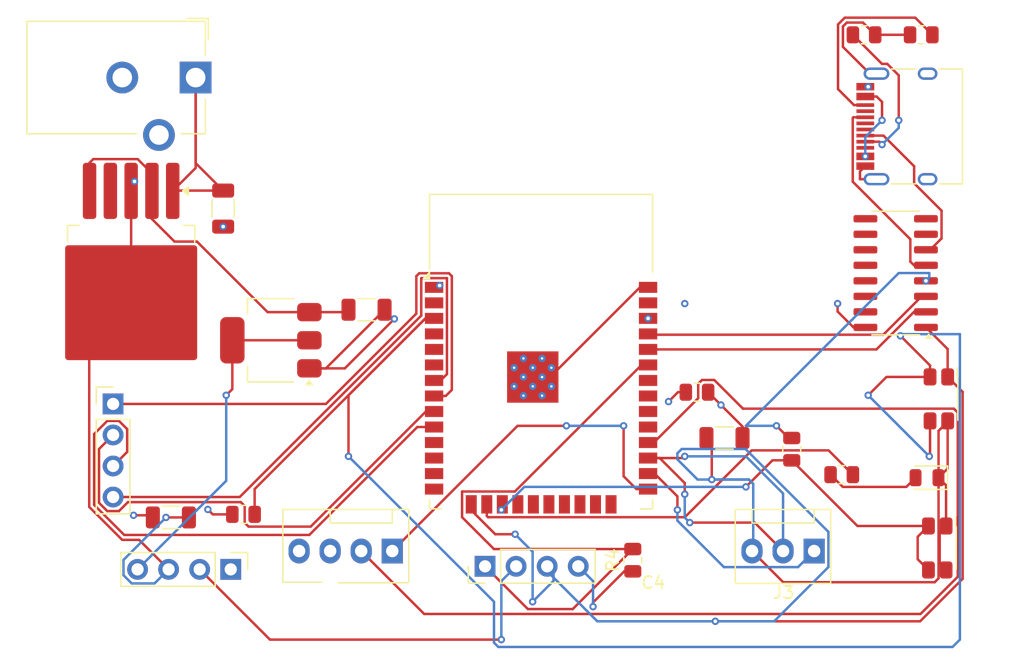
<source format=kicad_pcb>
(kicad_pcb (version 20241229) (generator "pcbnew") (generator_version "9.0")
  (layers (0 "F.Cu" signal) (4 "In1.Cu" signal) (6 "In2.Cu" signal) (2 "B.Cu" signal) (13 "F.Paste" user) (15 "B.Paste" user) (5 "F.SilkS" user "F.Silkscreen") (7 "B.SilkS" user "B.Silkscreen") (1 "F.Mask" user) (3 "B.Mask" user) (25 "Edge.Cuts" user))
  (net 0 "")
  (net 1 "Net-(U3-VIN)")
  (net 2 "GND")
  (net 3 "/+5v")
  (net 4 "/+3.3v")
  (net 5 "Net-(D2-A)")
  (net 6 "Net-(U4-VCC)")
  (net 7 "Net-(U4-UD+)")
  (net 8 "Net-(J1-CC2)")
  (net 10 "Net-(J1-CC1)")
  (net 11 "Net-(U4-UD-)")
  (net 13 "Net-(J3-Pin_2)")
  (net 14 "Net-(J3-Pin_1)")
  (net 15 "Net-(J4-Pin_1)")
  (net 16 "Net-(J4-Pin_2)")
  (net 17 "Net-(J5-Pin_3)")
  (net 18 "Net-(J5-Pin_4)")
  (net 19 "Net-(J5-Pin_2)")
  (net 20 "Net-(J5-Pin_1)")
  (net 21 "/IO22")
  (net 22 "/IO21")
  (net 23 "Net-(U1-EN)")
  (net 24 "Net-(U1-IO13)")
  (net 25 "Net-(U1-SHD{slash}SD2)")
  (net 30 "/IO3")
  (net 39 "/IO34")
  (net 45 "/IO1")
  (footprint "Capacitor_SMD:C_1206_3216Metric" (layer "F.Cu") (at 100.75 56)
    (property "Reference" "C4")
    (property "Value" "0.1uF")
  )
  (footprint "Connector:FanPinHeader_1x03_P2.54mm_Vertical" (layer "F.Cu") (at 108.08 65.25 180)
    (property "Reference" "J3")
    (property "Value" "UART")
  )
  (footprint "Resistor_SMD:R_0805_2012Metric" (layer "F.Cu") (at 112.1625 23 180)
    (property "Reference" "R6" (hide yes))
    (property "Value" "5.1k")
  )
  (footprint "Package_TO_SOT_SMD:TO-263-5_TabPin3" (layer "F.Cu") (at 52.225 43.425 -90)
    (property "Reference" "U3" (hide yes))
    (property "Value" "LM2596S-5")
  )
  (footprint "Capacitor_SMD:C_1206_3216Metric" (layer "F.Cu") (at 55.475 62.5)
    (property "Reference" "C3" (hide yes))
    (property "Value" "10uF")
  )
  (footprint "Connector_PinHeader_2.54mm:PinHeader_1x04_P2.54mm_Vertical" (layer "F.Cu") (at 60.37 66.75 -90)
    (property "Reference" "J6" (hide yes))
    (property "Value" "OLED_HDR")
  )
  (footprint "Resistor_SMD:R_0805_2012Metric" (layer "F.Cu") (at 110.3375 59)
    (property "Reference" "R2" (hide yes))
    (property "Value" "330")
  )
  (footprint "Button_Switch_SMD:SW_SPST_EVQP7C" (layer "F.Cu") (at 118.15 65 -90)
    (property "Reference" "SW2" (hide yes))
    (property "Value" "SW_Push")
  )
  (footprint "RF_Module:ESP32-WROOM-32" (layer "F.Cu") (at 85.75 51.92)
    (property "Reference" "U1" (hide yes))
    (property "Value" "ESP32-WROOM-32")
  )
  (footprint "Package_SO:SOIC-16_3.9x9.9mm_P1.27mm" (layer "F.Cu") (at 114.75 42.5 180)
    (property "Reference" "U4" (hide yes))
    (property "Value" "CH340C")
  )
  (footprint "LED_SMD:LED_0805_2012Metric" (layer "F.Cu") (at 117.3125 59.25 180)
    (property "Reference" "D2" (hide yes))
    (property "Value" "LED")
  )
  (footprint "Resistor_SMD:R_0805_2012Metric" (layer "F.Cu") (at 106.25 56.9125 -90)
    (property "Reference" "R3" (hide yes))
    (property "Value" "330")
  )
  (footprint "Connector_USB:USB_C_Receptacle_HRO_TYPE-C-31-M-12" (layer "F.Cu") (at 116.31 30.5 90)
    (property "Reference" "J1" (hide yes))
    (property "Value" "USB_C")
  )
  (footprint "Connector_BarrelJack:BarrelJack_CUI_PJ-102AH_Horizontal" (layer "F.Cu") (at 57.5 26.5 -90)
    (property "Reference" "J2" (hide yes))
    (property "Value" "Barrel_Jack")
  )
  (footprint "Connector_PinHeader_2.54mm:PinHeader_1x04_P2.54mm_Vertical" (layer "F.Cu") (at 50.75 53.21)
    (property "Reference" "J5" (hide yes))
    (property "Value" "PWM HEADER")
  )
  (footprint "Resistor_SMD:R_0805_2012Metric" (layer "F.Cu") (at 116.8375 23)
    (property "Reference" "R7" (hide yes))
    (property "Value" "5.1k")
  )
  (footprint "Button_Switch_SMD:SW_SPST_EVQP7C" (layer "F.Cu") (at 118.28 52.8 -90)
    (property "Reference" "SW1" (hide yes))
    (property "Value" "SW_Push")
  )
  (footprint "Capacitor_SMD:C_1206_3216Metric" (layer "F.Cu") (at 59.75 37.225 -90)
    (property "Reference" "C1" (hide yes))
    (property "Value" "10uF")
  )
  (footprint "Resistor_SMD:R_0805_2012Metric" (layer "F.Cu") (at 93.25 66 90)
    (property "Reference" "R4")
    (property "Value" "4.7k")
  )
  (footprint "Connector:FanPinHeader_1x04_P2.54mm_Vertical" (layer "F.Cu") (at 73.58 65.25 180)
    (property "Reference" "J4" (hide yes))
    (property "Value" "I2C HEADDER")
  )
  (footprint "Connector_PinHeader_2.54mm:PinHeader_1x04_P2.54mm_Vertical" (layer "F.Cu") (at 81.17 66.5 90)
    (property "Reference" "J7" (hide yes))
    (property "Value" "MPU6050 Header")
  )
  (footprint "Package_TO_SOT_SMD:SOT-223-3_TabPin2" (layer "F.Cu") (at 63.65 48 180)
    (property "Reference" "U2" (hide yes))
    (property "Value" "AMS1117-3.3")
  )
  (footprint "Capacitor_SMD:C_1206_3216Metric" (layer "F.Cu") (at 71.475 45.5)
    (property "Reference" "C2" (hide yes))
    (property "Value" "10uF")
  )
  (footprint "Resistor_SMD:R_0805_2012Metric" (layer "F.Cu") (at 61.4125 62.25)
    (property "Reference" "R1" (hide yes))
    (property "Value" "10k")
  )
  (footprint "Resistor_SMD:R_0805_2012Metric" (layer "F.Cu") (at 98.5 52.25 180)
    (property "Reference" "R5" (hide yes))
    (property "Value" "4.7k")
  )
  (segment (start 55.625 35.775) (end 57.5 33.9) (width 0.2) (layer "F.Cu") (net 1))
  (segment (start 57.5 26.5) (end 57.5 33.5) (width 0.2) (layer "F.Cu") (net 1))
  (segment (start 57.5 33.9) (end 57.5 26.5) (width 0.2) (layer "F.Cu") (net 1))
  (segment (start 57.5 33.5) (end 59.75 35.75) (width 0.2) (layer "F.Cu") (net 1))
  (segment (start 55.65 35.75) (end 55.625 35.775) (width 0.2) (layer "F.Cu") (net 1))
  (segment (start 59.75 35.75) (end 55.65 35.75) (width 0.2) (layer "F.Cu") (net 1))
  (segment (start 85.8325 49.485) (end 86.595 49.485) (width 0.2) (layer "F.Cu") (net 2))
  (segment (start 86.49 51.01) (end 85.8325 51.01) (width 0.2) (layer "F.Cu") (net 2))
  (segment (start 82.002 63.875) (end 83.625 63.875) (width 0.2) (layer "F.Cu") (net 2))
  (segment (start 110.436 23.9865) (end 112.63 26.18) (width 0.2) (layer "F.Cu") (net 2))
  (segment (start 94.5 43.67) (end 93.83 43.67) (width 0.2) (layer "F.Cu") (net 2))
  (segment (start 99.7095 56.4345) (end 99.7095 59.4) (width 0.2) (layer "F.Cu") (net 2))
  (segment (start 113.075 23) (end 112.074 21.999) (width 0.2) (layer "F.Cu") (net 2))
  (segment (start 80.04 61.43) (end 80.04 61.913) (width 0.2) (layer "F.Cu") (net 2))
  (segment (start 110.752 21.999) (end 110.436 22.3148) (width 0.2) (layer "F.Cu") (net 2))
  (segment (start 52.225 35.775) (end 52.225 44.925) (width 0.2) (layer "F.Cu") (net 2))
  (segment (start 66.8 50.3) (end 68.15 50.3) (width 0.2) (layer "F.Cu") (net 2))
  (segment (start 84.3075 52.535) (end 83.545 52.535) (width 0.2) (layer "F.Cu") (net 2))
  (segment (start 119 51) (end 120.227 52.227) (width 0.2) (layer "F.Cu") (net 2))
  (segment (start 110.436 22.3148) (end 110.436 23.9865) (width 0.2) (layer "F.Cu") (net 2))
  (segment (start 118.256 67.4852) (end 117.94 67.801) (width 0.2) (layer "F.Cu") (net 2))
  (segment (start 48.797 61.639) (end 48.797 48.353) (width 0.2) (layer "F.Cu") (net 2))
  (segment (start 120.227 52.227) (end 120.227 67.5213) (width 0.2) (layer "F.Cu") (net 2))
  (segment (start 51.493 64.335) (end 48.797 61.639) (width 0.2) (layer "F.Cu") (net 2))
  (segment (start 77 43.67) (end 77.3 43.67) (width 0.2) (layer "F.Cu") (net 2))
  (segment (start 119 54.6) (end 119 58.5) (width 0.2) (layer "F.Cu") (net 2))
  (segment (start 69.7 50.3) (end 73.75 46.25) (width 0.2) (layer "F.Cu") (net 2))
  (segment (start 48.797 48.353) (end 52.225 44.925) (width 0.2) (layer "F.Cu") (net 2))
  (segment (start 118.349 66.279) (end 118.349 63.721) (width 0.2) (layer "F.Cu") (net 2))
  (segment (start 116.747 71.001) (end 100 71.001) (width 0.2) (layer "F.Cu") (net 2))
  (segment (start 68.15 50.3) (end 72.95 45.5) (width 0.2) (layer "F.Cu") (net 2))
  (segment (start 68.15 50.3) (end 69.7 50.3) (width 0.2) (layer "F.Cu") (net 2))
  (segment (start 111.8283 34.1867) (end 112.265 33.75) (width 0.2) (layer "F.Cu") (net 2))
  (segment (start 119 54.6) (end 119 54.6712) (width 0.2) (layer "F.Cu") (net 2))
  (segment (start 105.551 67.801) (end 103 65.25) (width 0.2) (layer "F.Cu") (net 2))
  (segment (start 99.275 56) (end 99.7095 56.4345) (width 0.2) (layer "F.Cu") (net 2))
  (segment (start 117.94 67.801) (end 105.551 67.801) (width 0.2) (layer "F.Cu") (net 2))
  (segment (start 85.8325 52.535) (end 86.595 52.535) (width 0.2) (layer "F.Cu") (net 2))
  (segment (start 84.3075 51.01) (end 83.545 51.01) (width 0.2) (layer "F.Cu") (net 2))
  (segment (start 52.875 64.335) (end 51.493 64.335) (width 0.2) (layer "F.Cu") (net 2))
  (segment (start 117.225 46.945) (end 119 48.72) (width 0.2) (layer "F.Cu") (net 2))
  (segment (start 80.04 61.913) (end 82.002 63.875) (width 0.2) (layer "F.Cu") (net 2))
  (segment (start 85.8325 51.01) (end 85.07 51.01) (width 0.2) (layer "F.Cu") (net 2))
  (segment (start 56.95 62.5) (end 55.075 62.5) (width 0.2) (layer "F.Cu") (net 2))
  (segment (start 119 48.72) (end 119 51) (width 0.2) (layer "F.Cu") (net 2))
  (segment (start 118.349 63.721) (end 118.87 63.2) (width 0.2) (layer "F.Cu") (net 2))
  (segment (start 112.63 26.18) (end 113.18 26.18) (width 0.2) (layer "F.Cu") (net 2))
  (segment (start 118.87 66.8) (end 118.349 66.279) (width 0.2) (layer "F.Cu") (net 2))
  (segment (start 113.075 23) (end 115.925 23) (width 0.2) (layer "F.Cu") (net 2))
  (segment (start 118.256 55.4152) (end 118.256 67.4852) (width 0.2) (layer "F.Cu") (net 2))
  (segment (start 84.3075 49.485) (end 85.07 49.485) (width 0.2) (layer "F.Cu") (net 2))
  (segment (start 112.5 27.25) (end 112.265 27.25) (width 0.2) (layer "F.Cu") (net 2))
  (segment (start 118.87 63.2) (end 118.87 59.87) (width 0.2) (layer "F.Cu") (net 2))
  (segment (start 55.29 66.75) (end 52.875 64.335) (width 0.2) (layer "F.Cu") (net 2))
  (segment (start 93.83 43.67) (end 86.49 51.01) (width 0.2) (layer "F.Cu") (net 2))
  (segment (start 77.3 43.67) (end 77.451 43.519) (width 0.2) (layer "F.Cu") (net 2))
  (segment (start 112.074 21.999) (end 110.752 21.999) (width 0.2) (layer "F.Cu") (net 2))
  (segment (start 120.227 67.5213) (end 116.747 71.001) (width 0.2) (layer "F.Cu") (net 2))
  (segment (start 113.18 34.82) (end 111.8283 34.82) (width 0.2) (layer "F.Cu") (net 2))
  (segment (start 118.87 59.87) (end 118.25 59.25) (width 0.2) (layer "F.Cu") (net 2))
  (segment (start 66.8 50.3) (end 68.15 50.3) (width 0.2) (layer "F.Cu") (net 2))
  (segment (start 119 54.6712) (end 118.256 55.4152) (width 0.2) (layer "F.Cu") (net 2))
  (segment (start 111.8283 34.82) (end 111.8283 34.1867) (width 0.2) (layer "F.Cu") (net 2))
  (segment (start 119 58.5) (end 118.25 59.25) (width 0.2) (layer "F.Cu") (net 2))
  (via (at 99.7095 59.4) (size 0.6) (drill 0.3) (layers "F.Cu" "B.Cu") (net 2))
  (via (at 55.075 62.5) (size 0.6) (drill 0.3) (layers "F.Cu" "B.Cu") (net 2))
  (via (at 77.451 43.519) (size 0.6) (drill 0.3) (layers "F.Cu" "B.Cu") (net 2))
  (via (at 100 71.001) (size 0.6) (drill 0.3) (layers "F.Cu" "B.Cu") (net 2))
  (via (at 52.5 35) (size 0.6) (drill 0.3) (layers "F.Cu" "B.Cu") (net 2))
  (via (at 73.75 46.25) (size 0.6) (drill 0.3) (layers "F.Cu" "B.Cu") (net 2))
  (via (at 83.625 63.875) (size 0.6) (drill 0.3) (layers "F.Cu" "B.Cu") (net 2))
  (via (at 112.5 27.25) (size 0.6) (drill 0.3) (layers "F.Cu" "B.Cu") (net 2))
  (via (at 85.0588 69.4) (size 0.6) (drill 0.3) (layers "F.Cu" "B.Cu") (net 2))
  (via (at 59.75 38.7) (size 0.6) (drill 0.3) (layers "F.Cu" "B.Cu") (net 2))
  (segment (start 54.139 67.901) (end 55.29 66.75) (width 0.2) (layer "B.Cu") (net 2))
  (segment (start 97.2511 56.899) (end 96.899 57.2511) (width 0.2) (layer "B.Cu") (net 2))
  (segment (start 100 71.001) (end 90.3501 71.001) (width 0.2) (layer "B.Cu") (net 2))
  (segment (start 86.7675 67.4184) (end 86.25 66.9009) (width 0.2) (layer "B.Cu") (net 2))
  (segment (start 102.749 59.399) (end 102.75 59.4) (width 0.2) (layer "B.Cu") (net 2))
  (segment (start 109.246 63.6789) (end 102.466 56.899) (width 0.2) (layer "B.Cu") (net 2))
  (segment (start 102.75 59.4) (end 103.101 59.7511) (width 0.2) (layer "B.Cu") (net 2))
  (segment (start 85.0588 69.4) (end 86.7675 67.6912) (width 0.2) (layer "B.Cu") (net 2))
  (segment (start 99.7095 59.4) (end 102.75 59.4) (width 0.2) (layer "B.Cu") (net 2))
  (segment (start 51.599 67.2268) (end 52.2732 67.901) (width 0.2) (layer "B.Cu") (net 2))
  (segment (start 96.899 57.2511) (end 96.899 57.7489) (width 0.2) (layer "B.Cu") (net 2))
  (segment (start 102.75 59.4) (end 103.101 59.7511) (width 0.2) (layer "B.Cu") (net 2))
  (segment (start 55.075 62.5) (end 51.599 65.976) (width 0.2) (layer "B.Cu") (net 2))
  (segment (start 90.3501 71.001) (end 86.7675 67.4184) (width 0.2) (layer "B.Cu") (net 2))
  (segment (start 98.5491 59.399) (end 102.749 59.399) (width 0.2) (layer "B.Cu") (net 2))
  (segment (start 103.101 59.7511) (end 103.101 65.149) (width 0.2) (layer "B.Cu") (net 2))
  (segment (start 86.7675 67.4184) (end 86.7675 67.0175) (width 0.2) (layer "B.Cu") (net 2))
  (segment (start 109.246 66.566) (end 109.246 63.6789) (width 0.2) (layer "B.Cu") (net 2))
  (segment (start 96.899 57.7489) (end 98.5491 59.399) (width 0.2) (layer "B.Cu") (net 2))
  (segment (start 86.7675 67.0175) (end 86.25 66.5) (width 0.2) (layer "B.Cu") (net 2))
  (segment (start 86.7675 67.6912) (end 86.7675 67.4184) (width 0.2) (layer "B.Cu") (net 2))
  (segment (start 103.101 65.149) (end 103 65.25) (width 0.2) (layer "B.Cu") (net 2))
  (segment (start 86.25 66.9009) (end 86.25 66.5) (width 0.2) (layer "B.Cu") (net 2))
  (segment (start 51.599 65.976) (end 51.599 67.2268) (width 0.2) (layer "B.Cu") (net 2))
  (segment (start 102.466 56.899) (end 97.2511 56.899) (width 0.2) (layer "B.Cu") (net 2))
  (segment (start 104.811 71.001) (end 109.246 66.566) (width 0.2) (layer "B.Cu") (net 2))
  (segment (start 85.0588 69.4) (end 85.0588 65.3088) (width 0.2) (layer "B.Cu") (net 2))
  (segment (start 52.2732 67.901) (end 54.139 67.901) (width 0.2) (layer "B.Cu") (net 2))
  (segment (start 85.0588 65.3088) (end 83.625 63.875) (width 0.2) (layer "B.Cu") (net 2))
  (segment (start 100 71.001) (end 104.811 71.001) (width 0.2) (layer "B.Cu") (net 2))
  (segment (start 66.8 45.7) (end 69.8 45.7) (width 0.2) (layer "F.Cu") (net 3))
  (segment (start 48.825 33.475) (end 48.825 35.775) (width 0.2) (layer "F.Cu") (net 3))
  (segment (start 57.6102 39.924) (end 63.3862 45.7) (width 0.2) (layer "F.Cu") (net 3))
  (segment (start 53.925 35.775) (end 53.925 38.075) (width 0.2) (layer "F.Cu") (net 3))
  (segment (start 52.7602 33.174) (end 49.126 33.174) (width 0.2) (layer "F.Cu") (net 3))
  (segment (start 53.925 38.075) (end 55.774 39.924) (width 0.2) (layer "F.Cu") (net 3))
  (segment (start 69.8 45.7) (end 70 45.5) (width 0.2) (layer "F.Cu") (net 3))
  (segment (start 53.925 34.3388) (end 52.7602 33.174) (width 0.2) (layer "F.Cu") (net 3))
  (segment (start 63.3862 45.7) (end 66.8 45.7) (width 0.2) (layer "F.Cu") (net 3))
  (segment (start 49.126 33.174) (end 48.825 33.475) (width 0.2) (layer "F.Cu") (net 3))
  (segment (start 55.774 39.924) (end 57.6102 39.924) (width 0.2) (layer "F.Cu") (net 3))
  (segment (start 53.925 35.775) (end 53.925 34.3388) (width 0.2) (layer "F.Cu") (net 3))
  (segment (start 93.25 66.9125) (end 92.55 66.9125) (width 0.2) (layer "F.Cu") (net 4))
  (segment (start 100.4607 53.2981) (end 99.4125 52.25) (width 0.2) (layer "F.Cu") (net 4))
  (segment (start 60.5 52) (end 60 52.5) (width 0.2) (layer "F.Cu") (net 4))
  (segment (start 58.901 62.25) (end 58.5 61.849) (width 0.2) (layer "F.Cu") (net 4))
  (segment (start 52.4222 62.324) (end 53.824 62.324) (width 0.2) (layer "F.Cu") (net 4))
  (segment (start 60.5 48) (end 60.5 52) (width 0.2) (layer "F.Cu") (net 4))
  (segment (start 90 69.4625) (end 90 69.801) (width 0.2) (layer "F.Cu") (net 4))
  (segment (start 106 56) (end 105 55) (width 0.2) (layer "F.Cu") (net 4))
  (segment (start 92.55 66.9125) (end 90 69.4625) (width 0.2) (layer "F.Cu") (net 4))
  (segment (start 102.225 55.0625) (end 100.4607 53.2981) (width 0.2) (layer "F.Cu") (net 4))
  (segment (start 53.824 62.324) (end 54 62.5) (width 0.2) (layer "F.Cu") (net 4))
  (segment (start 60.5 62.25) (end 58.901 62.25) (width 0.2) (layer "F.Cu") (net 4))
  (segment (start 66.8 48) (end 60.5 48) (width 0.2) (layer "F.Cu") (net 4))
  (segment (start 106.25 56) (end 106 56) (width 0.2) (layer "F.Cu") (net 4))
  (segment (start 102.225 56) (end 102.225 55.0625) (width 0.2) (layer "F.Cu") (net 4))
  (via (at 117.225 43.135) (size 0.6) (drill 0.3) (layers "F.Cu" "B.Cu") (net 4))
  (via (at 60 52.5) (size 0.6) (drill 0.3) (layers "F.Cu" "B.Cu") (net 4))
  (via (at 100.4607 53.2981) (size 0.6) (drill 0.3) (layers "F.Cu" "B.Cu") (net 4))
  (via (at 58.5 61.849) (size 0.6) (drill 0.3) (layers "F.Cu" "B.Cu") (net 4))
  (via (at 105 55) (size 0.6) (drill 0.3) (layers "F.Cu" "B.Cu") (net 4))
  (via (at 52.4222 62.324) (size 0.6) (drill 0.3) (layers "F.Cu" "B.Cu") (net 4))
  (via (at 90 69.801) (size 0.6) (drill 0.3) (layers "F.Cu" "B.Cu") (net 4))
  (segment (start 90 67.71) (end 88.79 66.5) (width 0.2) (layer "B.Cu") (net 4))
  (segment (start 105 55) (end 102.5 55) (width 0.2) (layer "B.Cu") (net 4))
  (segment (start 60 59.5) (end 52.75 66.75) (width 0.2) (layer "B.Cu") (net 4))
  (segment (start 117.5 42.5) (end 117.5 42.86) (width 0.2) (layer "B.Cu") (net 4))
  (segment (start 102.5 55) (end 115 42.5) (width 0.2) (layer "B.Cu") (net 4))
  (segment (start 115 42.5) (end 117.5 42.5) (width 0.2) (layer "B.Cu") (net 4))
  (segment (start 117.5 42.86) (end 117.225 43.135) (width 0.2) (layer "B.Cu") (net 4))
  (segment (start 90 69.801) (end 90 67.71) (width 0.2) (layer "B.Cu") (net 4))
  (segment (start 60 52.5) (end 60 59.5) (width 0.2) (layer "B.Cu") (net 4))
  (segment (start 115.624 60.001) (end 116.375 59.25) (width 0.2) (layer "F.Cu") (net 5))
  (segment (start 109.425 59) (end 110.426 60.001) (width 0.2) (layer "F.Cu") (net 5))
  (segment (start 110.426 60.001) (end 115.624 60.001) (width 0.2) (layer "F.Cu") (net 5))
  (segment (start 110 45) (end 110 45.645) (width 0.2) (layer "F.Cu") (net 6))
  (segment (start 111.3 46.945) (end 112.275 46.945) (width 0.2) (layer "F.Cu") (net 6))
  (segment (start 113.19 28.05) (end 113.634 28.494) (width 0.2) (layer "F.Cu") (net 6))
  (segment (start 110 45.645) (end 111.3 46.945) (width 0.2) (layer "F.Cu") (net 6))
  (segment (start 113.634 28.494) (end 113.634 30) (width 0.2) (layer "F.Cu") (net 6))
  (segment (start 112.265 28.05) (end 113.19 28.05) (width 0.2) (layer "F.Cu") (net 6))
  (via (at 112.265 32.95) (size 0.6) (drill 0.3) (layers "F.Cu" "B.Cu") (net 6))
  (via (at 113.634 30) (size 0.6) (drill 0.3) (layers "F.Cu" "B.Cu") (net 6))
  (via (at 110 45) (size 0.6) (drill 0.3) (layers "F.Cu" "B.Cu") (net 6))
  (segment (start 112.265 31.369) (end 112.265 32.95) (width 0.2) (layer "B.Cu") (net 6))
  (segment (start 113.634 30) (end 112.265 31.369) (width 0.2) (layer "B.Cu") (net 6))
  (segment (start 111.239 35.024) (end 115.949 39.734) (width 0.2) (layer "F.Cu") (net 7))
  (segment (start 111.288 29.75) (end 111.239 29.799) (width 0.2) (layer "F.Cu") (net 7))
  (segment (start 115.949 39.734) (end 115.949 41.564) (width 0.2) (layer "F.Cu") (net 7))
  (segment (start 115.949 41.564) (end 116.25 41.865) (width 0.2) (layer "F.Cu") (net 7))
  (segment (start 112.265 29.75) (end 111.288 29.75) (width 0.2) (layer "F.Cu") (net 7))
  (segment (start 116.25 41.865) (end 117.225 41.865) (width 0.2) (layer "F.Cu") (net 7))
  (segment (start 111.239 29.799) (end 111.239 35.024) (width 0.2) (layer "F.Cu") (net 7))
  (segment (start 116.348 21.598) (end 110.586 21.598) (width 0.2) (layer "F.Cu") (net 8))
  (segment (start 110.036 22.1487) (end 110.036 27.4475) (width 0.2) (layer "F.Cu") (net 8))
  (segment (start 110.586 21.598) (end 110.036 22.1487) (width 0.2) (layer "F.Cu") (net 8))
  (segment (start 117.75 23) (end 116.348 21.598) (width 0.2) (layer "F.Cu") (net 8))
  (segment (start 111.338 28.75) (end 112.265 28.75) (width 0.2) (layer "F.Cu") (net 8))
  (segment (start 110.036 27.4475) (end 111.338 28.75) (width 0.2) (layer "F.Cu") (net 8))
  (segment (start 111.25 23) (end 113.629 25.379) (width 0.2) (layer "F.Cu") (net 10))
  (segment (start 115 26.3172) (end 115 30) (width 0.2) (layer "F.Cu") (net 10))
  (segment (start 113.401 31.75) (end 113.634 31.9825) (width 0.2) (layer "F.Cu") (net 10))
  (segment (start 113.629 25.379) (end 114.062 25.379) (width 0.2) (layer "F.Cu") (net 10))
  (segment (start 112.265 31.75) (end 113.401 31.75) (width 0.2) (layer "F.Cu") (net 10))
  (segment (start 114.062 25.379) (end 115 26.3172) (width 0.2) (layer "F.Cu") (net 10))
  (via (at 115 30) (size 0.6) (drill 0.3) (layers "F.Cu" "B.Cu") (net 10))
  (via (at 113.634 31.9825) (size 0.6) (drill 0.3) (layers "F.Cu" "B.Cu") (net 10))
  (segment (start 115 30.6165) (end 113.634 31.9825) (width 0.2) (layer "B.Cu") (net 10))
  (segment (start 115 30) (end 115 30.6165) (width 0.2) (layer "B.Cu") (net 10))
  (segment (start 118.501 37.3938) (end 118.501 39.666) (width 0.2) (layer "F.Cu") (net 11))
  (segment (start 116.259 35.1518) (end 118.501 37.3938) (width 0.2) (layer "F.Cu") (net 11))
  (segment (start 118.501 39.666) (end 117.572 40.595) (width 0.2) (layer "F.Cu") (net 11))
  (segment (start 113.75 31.25) (end 116.259 33.759) (width 0.2) (layer "F.Cu") (net 11))
  (segment (start 116.259 33.759) (end 116.259 35.1518) (width 0.2) (layer "F.Cu") (net 11))
  (segment (start 112.265 31.25) (end 113.75 31.25) (width 0.2) (layer "F.Cu") (net 11))
  (segment (start 117.572 40.595) (end 117.225 40.595) (width 0.2) (layer "F.Cu") (net 11))
  (segment (start 103.213 62.9229) (end 97.911 62.9229) (width 0.2) (layer "F.Cu") (net 13))
  (segment (start 94.5 57.64) (end 95.45 57.64) (width 0.2) (layer "F.Cu") (net 13))
  (segment (start 97.5 59.69) (end 95.45 57.64) (width 0.2) (layer "F.Cu") (net 13))
  (segment (start 95.45 57.64) (end 94.5 57.64) (width 0.2) (layer "F.Cu") (net 13))
  (segment (start 105.54 65.25) (end 103.213 62.9229) (width 0.2) (layer "F.Cu") (net 13))
  (segment (start 97.5 60.6) (end 97.5 59.69) (width 0.2) (layer "F.Cu") (net 13))
  (segment (start 95.45 57.64) (end 97.36 57.64) (width 0.2) (layer "F.Cu") (net 13))
  (segment (start 97.36 57.64) (end 97.5 57.5) (width 0.2) (layer "F.Cu") (net 13))
  (via (at 97.911 62.9229) (size 0.6) (drill 0.3) (layers "F.Cu" "B.Cu") (net 13))
  (via (at 97.5 60.6) (size 0.6) (drill 0.3) (layers "F.Cu" "B.Cu") (net 13))
  (via (at 97.5 57.5) (size 0.6) (drill 0.3) (layers "F.Cu" "B.Cu") (net 13))
  (segment (start 105.54 60.54) (end 105.54 65.25) (width 0.2) (layer "B.Cu") (net 13))
  (segment (start 97.5 57.5) (end 102.5 57.5) (width 0.2) (layer "B.Cu") (net 13))
  (segment (start 97.5 62.512) (end 97.5 60.6) (width 0.2) (layer "B.Cu") (net 13))
  (segment (start 97.911 62.9229) (end 97.5 62.512) (width 0.2) (layer "B.Cu") (net 13))
  (segment (start 102.5 57.5) (end 105.54 60.54) (width 0.2) (layer "B.Cu") (net 13))
  (segment (start 96.9 60.778) (end 96.9 61.881) (width 0.2) (layer "F.Cu") (net 14))
  (segment (start 94.5 58.91) (end 95.032 58.91) (width 0.2) (layer "F.Cu") (net 14))
  (segment (start 95.032 58.91) (end 96.9 60.778) (width 0.2) (layer "F.Cu") (net 14))
  (via (at 96.9 61.881) (size 0.6) (drill 0.3) (layers "F.Cu" "B.Cu") (net 14))
  (segment (start 100.704 66.566) (end 106.764 66.566) (width 0.2) (layer "B.Cu") (net 14))
  (segment (start 96.9 61.881) (end 96.9 62.7619) (width 0.2) (layer "B.Cu") (net 14))
  (segment (start 106.764 66.566) (end 108.08 65.25) (width 0.2) (layer "B.Cu") (net 14))
  (segment (start 96.9 62.7619) (end 100.704 66.566) (width 0.2) (layer "B.Cu") (net 14))
  (segment (start 73.58 65.25) (end 83.829 55.001) (width 0.2) (layer "F.Cu") (net 15))
  (segment (start 93.55 60.18) (end 94.5 60.18) (width 0.2) (layer "F.Cu") (net 15))
  (segment (start 83.829 55.001) (end 87.8197 55.001) (width 0.2) (layer "F.Cu") (net 15))
  (segment (start 92.5 55.001) (end 92.5 59.13) (width 0.2) (layer "F.Cu") (net 15))
  (segment (start 92.5 59.13) (end 93.55 60.18) (width 0.2) (layer "F.Cu") (net 15))
  (via (at 92.5 55.001) (size 0.6) (drill 0.3) (layers "F.Cu" "B.Cu") (net 15))
  (via (at 87.8197 55.001) (size 0.6) (drill 0.3) (layers "F.Cu" "B.Cu") (net 15))
  (segment (start 87.8197 55.001) (end 92.5 55.001) (width 0.2) (layer "B.Cu") (net 15))
  (segment (start 98.599 51.5648) (end 98.599 52.743) (width 0.2) (layer "F.Cu") (net 16))
  (segment (start 116.78 70.401) (end 119.826 67.3552) (width 0.2) (layer "F.Cu") (net 16))
  (segment (start 119.826 53.9148) (end 119.51 53.599) (width 0.2) (layer "F.Cu") (net 16))
  (segment (start 119.51 53.599) (end 102.26 53.599) (width 0.2) (layer "F.Cu") (net 16))
  (segment (start 102.26 53.599) (end 99.9102 51.249) (width 0.2) (layer "F.Cu") (net 16))
  (segment (start 119.826 67.3552) (end 119.826 53.9148) (width 0.2) (layer "F.Cu") (net 16))
  (segment (start 71.04 65.25) (end 76.191 70.401) (width 0.2) (layer "F.Cu") (net 16))
  (segment (start 94.972 56.37) (end 94.5 56.37) (width 0.2) (layer "F.Cu") (net 16))
  (segment (start 99.9102 51.249) (end 98.9148 51.249) (width 0.2) (layer "F.Cu") (net 16))
  (segment (start 76.191 70.401) (end 116.78 70.401) (width 0.2) (layer "F.Cu") (net 16))
  (segment (start 98.599 52.743) (end 94.972 56.37) (width 0.2) (layer "F.Cu") (net 16))
  (segment (start 98.9148 51.249) (end 98.599 51.5648) (width 0.2) (layer "F.Cu") (net 16))
  (segment (start 51.6591 63.934) (end 49.198 61.4729) (width 0.2) (layer "F.Cu") (net 17))
  (segment (start 66.7931 63.934) (end 51.6591 63.934) (width 0.2) (layer "F.Cu") (net 17))
  (segment (start 49.198 61.4729) (end 49.198 55.6742) (width 0.2) (layer "F.Cu") (net 17))
  (segment (start 75.6271 55.1) (end 66.7931 63.934) (width 0.2) (layer "F.Cu") (net 17))
  (segment (start 50.2732 54.599) (end 51.2268 54.599) (width 0.2) (layer "F.Cu") (net 17))
  (segment (start 77 55.1) (end 75.6271 55.1) (width 0.2) (layer "F.Cu") (net 17))
  (segment (start 51.901 55.2732) (end 51.901 57.139) (width 0.2) (layer "F.Cu") (net 17))
  (segment (start 51.2268 54.599) (end 51.901 55.2732) (width 0.2) (layer "F.Cu") (net 17))
  (segment (start 51.901 57.139) (end 50.75 58.29) (width 0.2) (layer "F.Cu") (net 17))
  (segment (start 49.198 55.6742) (end 50.2732 54.599) (width 0.2) (layer "F.Cu") (net 17))
  (segment (start 78.051 42.919) (end 75.949 42.919) (width 0.2) (layer "F.Cu") (net 18))
  (segment (start 61.1029 60.83) (end 50.75 60.83) (width 0.2) (layer "F.Cu") (net 18))
  (segment (start 75.949 45.9839) (end 61.1029 60.83) (width 0.2) (layer "F.Cu") (net 18))
  (segment (start 77 51.29) (end 77.532 51.29) (width 0.2) (layer "F.Cu") (net 18))
  (segment (start 78.051 50.771) (end 78.051 42.919) (width 0.2) (layer "F.Cu") (net 18))
  (segment (start 75.949 42.919) (end 75.949 45.9839) (width 0.2) (layer "F.Cu") (net 18))
  (segment (start 77.532 51.29) (end 78.051 50.771) (width 0.2) (layer "F.Cu") (net 18))
  (segment (start 49.599 56.901) (end 50.75 55.75) (width 0.2) (layer "F.Cu") (net 19))
  (segment (start 66.909 63.251) (end 61.8273 63.251) (width 0.2) (layer "F.Cu") (net 19))
  (segment (start 50.2732 61.981) (end 49.599 61.3068) (width 0.2) (layer "F.Cu") (net 19))
  (segment (start 61.5115 62.9352) (end 61.5115 61.5648) (width 0.2) (layer "F.Cu") (net 19))
  (segment (start 77 53.83) (end 76.33 53.83) (width 0.2) (layer "F.Cu") (net 19))
  (segment (start 61.5115 61.5648) (end 61.1957 61.249) (width 0.2) (layer "F.Cu") (net 19))
  (segment (start 51.2268 61.981) (end 50.2732 61.981) (width 0.2) (layer "F.Cu") (net 19))
  (segment (start 61.1957 61.249) (end 51.9588 61.249) (width 0.2) (layer "F.Cu") (net 19))
  (segment (start 49.599 61.3068) (end 49.599 56.901) (width 0.2) (layer "F.Cu") (net 19))
  (segment (start 76.33 53.83) (end 66.909 63.251) (width 0.2) (layer "F.Cu") (net 19))
  (segment (start 61.8273 63.251) (end 61.5115 62.9352) (width 0.2) (layer "F.Cu") (net 19))
  (segment (start 51.9588 61.249) (end 51.2268 61.981) (width 0.2) (layer "F.Cu") (net 19))
  (segment (start 75.548 45.8178) (end 68.1558 53.21) (width 0.2) (layer "F.Cu") (net 20))
  (segment (start 77 52.56) (end 77.95 52.56) (width 0.2) (layer "F.Cu") (net 20))
  (segment (start 78.452 42.7529) (end 78.2171 42.518) (width 0.2) (layer "F.Cu") (net 20))
  (segment (start 78.2171 42.518) (end 75.7829 42.518) (width 0.2) (layer "F.Cu") (net 20))
  (segment (start 77.95 52.56) (end 78.452 52.058) (width 0.2) (layer "F.Cu") (net 20))
  (segment (start 75.7829 42.518) (end 75.548 42.7529) (width 0.2) (layer "F.Cu") (net 20))
  (segment (start 78.452 52.058) (end 78.452 42.7529) (width 0.2) (layer "F.Cu") (net 20))
  (segment (start 68.1558 53.21) (end 50.75 53.21) (width 0.2) (layer "F.Cu") (net 20))
  (segment (start 75.548 42.7529) (end 75.548 45.8178) (width 0.2) (layer "F.Cu") (net 20))
  (segment (start 96.9452 52.25) (end 96.1748 53.0204) (width 0.2) (layer "F.Cu") (net 21))
  (segment (start 63.58 72.5) (end 82.5 72.5) (width 0.2) (layer "F.Cu") (net 21))
  (segment (start 97.5875 52.25) (end 96.9452 52.25) (width 0.2) (layer "F.Cu") (net 21))
  (segment (start 57.83 66.75) (end 63.58 72.5) (width 0.2) (layer "F.Cu") (net 21))
  (via (at 82.5 72.5) (size 0.6) (drill 0.3) (layers "F.Cu" "B.Cu") (net 21))
  (via (at 96.1748 53.0204) (size 0.6) (drill 0.3) (layers "F.Cu" "B.Cu") (net 21))
  (via (at 97.5 45) (size 0.6) (drill 0.3) (layers "F.Cu" "B.Cu") (net 21))
  (via (at 94.5 46.21) (size 0.6) (drill 0.3) (layers "F.Cu" "B.Cu") (net 21))
  (segment (start 82.5 72.5) (end 82.5 67.71) (width 0.2) (layer "B.Cu") (net 21))
  (segment (start 82.5 67.71) (end 83.71 66.5) (width 0.2) (layer "B.Cu") (net 21))
  (segment (start 84.67 70) (end 81.17 66.5) (width 0.2) (layer "F.Cu") (net 22))
  (segment (start 79.289 62.481) (end 79.289 60.379) (width 0.2) (layer "F.Cu") (net 22))
  (segment (start 88.3375 70) (end 84.67 70) (width 0.2) (layer "F.Cu") (net 22))
  (segment (start 93.968 50.02) (end 94.5 50.02) (width 0.2) (layer "F.Cu") (net 22))
  (segment (start 93.25 65.0875) (end 88.3375 70) (width 0.2) (layer "F.Cu") (net 22))
  (segment (start 81.8955 65.0875) (end 79.289 62.481) (width 0.2) (layer "F.Cu") (net 22))
  (segment (start 83.609 60.379) (end 93.968 50.02) (width 0.2) (layer "F.Cu") (net 22))
  (segment (start 79.289 60.379) (end 83.609 60.379) (width 0.2) (layer "F.Cu") (net 22))
  (segment (start 93.25 65.0875) (end 81.8955 65.0875) (width 0.2) (layer "F.Cu") (net 22))
  (segment (start 76.29 46.21) (end 62.325 60.175) (width 0.2) (layer "F.Cu") (net 23))
  (segment (start 117.5 57.5) (end 117.56 57.44) (width 0.2) (layer "F.Cu") (net 23))
  (segment (start 115.136765 47.636765) (end 117.56 50.06) (width 0.2) (layer "F.Cu") (net 23))
  (segment (start 76.29 46.21) (end 70 52.5) (width 0.2) (layer "F.Cu") (net 23))
  (segment (start 117.56 50.06) (end 117.56 51) (width 0.2) (layer "F.Cu") (net 23))
  (segment (start 117.56 57.44) (end 117.56 54.94) (width 0.2) (layer "F.Cu") (net 23))
  (segment (start 70 52.5) (end 70 57.5) (width 0.2) (layer "F.Cu") (net 23))
  (segment (start 77 46.21) (end 76.29 46.21) (width 0.2) (layer "F.Cu") (net 23))
  (segment (start 117.56 51) (end 114 51) (width 0.2) (layer "F.Cu") (net 23))
  (segment (start 62.325 60.175) (end 62.325 62.25) (width 0.2) (layer "F.Cu") (net 23))
  (segment (start 117.56 54.94) (end 117.5 55) (width 0.2) (layer "F.Cu") (net 23))
  (segment (start 77 46.21) (end 77.131 46.21) (width 0.2) (layer "F.Cu") (net 23))
  (segment (start 114 51) (end 112.5 52.5) (width 0.2) (layer "F.Cu") (net 23))
  (segment (start 117.56 54.94) (end 117.56 54.6) (width 0.2) (layer "F.Cu") (net 23))
  (via (at 70 57.5) (size 0.6) (drill 0.3) (layers "F.Cu" "B.Cu") (net 23))
  (via (at 112.5 52.5) (size 0.6) (drill 0.3) (layers "F.Cu" "B.Cu") (net 23))
  (via (at 117.5 57.5) (size 0.6) (drill 0.3) (layers "F.Cu" "B.Cu") (net 23))
  (via (at 115.136765 47.636765) (size 0.6) (drill 0.3) (layers "F.Cu" "B.Cu") (net 23))
  (segment (start 112.5 52.5) (end 115.601 55.601) (width 0.2) (layer "B.Cu") (net 23))
  (segment (start 119.399 73.101) (end 120 72.5) (width 0.2) (layer "B.Cu") (net 23))
  (segment (start 115.27353 47.5) (end 115.136765 47.636765) (width 0.2) (layer "B.Cu") (net 23))
  (segment (start 81.899 69.399) (end 81.899 72.748943) (width 0.2) (layer "B.Cu") (net 23))
  (segment (start 82.251057 73.101) (end 119.399 73.101) (width 0.2) (layer "B.Cu") (net 23))
  (segment (start 115.601 55.601) (end 117.5 57.5) (width 0.2) (layer "B.Cu") (net 23))
  (segment (start 70 57.5) (end 81.899 69.399) (width 0.2) (layer "B.Cu") (net 23))
  (segment (start 120 72.5) (end 120 47.5) (width 0.2) (layer "B.Cu") (net 23))
  (segment (start 120 47.5) (end 115.27353 47.5) (width 0.2) (layer "B.Cu") (net 23))
  (segment (start 81.899 72.748943) (end 82.251057 73.101) (width 0.2) (layer "B.Cu") (net 23))
  (segment (start 111.25 59) (end 109.262 57.0115) (width 0.2) (layer "F.Cu") (net 24))
  (segment (start 102.975 57.0115) (end 97.5052 62.481) (width 0.2) (layer "F.Cu") (net 24))
  (segment (start 81.411 62.481) (end 81.31 62.38) (width 0.2) (layer "F.Cu") (net 24))
  (segment (start 109.262 57.0115) (end 102.975 57.0115) (width 0.2) (layer "F.Cu") (net 24))
  (segment (start 81.31 62.38) (end 81.31 61.43) (width 0.2) (layer "F.Cu") (net 24))
  (segment (start 97.5052 62.481) (end 81.411 62.481) (width 0.2) (layer "F.Cu") (net 24))
  (segment (start 104.675 57.825) (end 106.25 57.825) (width 0.2) (layer "F.Cu") (net 25))
  (segment (start 82.58 61.801) (end 82.5 61.881) (width 0.2) (layer "F.Cu") (net 25))
  (segment (start 117.43 66.8) (end 116.549 65.919) (width 0.2) (layer "F.Cu") (net 25))
  (segment (start 82.58 61.43) (end 82.58 61.801) (width 0.2) (layer "F.Cu") (net 25))
  (segment (start 116.549 65.919) (end 116.549 64.081) (width 0.2) (layer "F.Cu") (net 25))
  (segment (start 111.625 63.2) (end 106.25 57.825) (width 0.2) (layer "F.Cu") (net 25))
  (segment (start 102.5 60) (end 104.675 57.825) (width 0.2) (layer "F.Cu") (net 25))
  (segment (start 117.43 63.2) (end 111.625 63.2) (width 0.2) (layer "F.Cu") (net 25))
  (segment (start 116.549 64.081) (end 117.43 63.2) (width 0.2) (layer "F.Cu") (net 25))
  (via (at 82.5 61.881) (size 0.6) (drill 0.3) (layers "F.Cu" "B.Cu") (net 25))
  (via (at 102.5 60) (size 0.6) (drill 0.3) (layers "F.Cu" "B.Cu") (net 25))
  (segment (start 82.5 61.881) (end 84.381 60) (width 0.2) (layer "B.Cu") (net 25))
  (segment (start 84.381 60) (end 102.5 60) (width 0.2) (layer "B.Cu") (net 25))
  (segment (start 113.175 48.75) (end 94.5 48.75) (width 0.2) (layer "F.Cu") (net 30))
  (segment (start 116.25 45.675) (end 113.175 48.75) (width 0.2) (layer "F.Cu") (net 30))
  (segment (start 117.225 45.675) (end 116.25 45.675) (width 0.2) (layer "F.Cu") (net 30))
  (segment (start 94.5 47.48) (end 94.566 47.546) (width 0.2) (layer "F.Cu") (net 45))
  (segment (start 94.566 47.546) (end 113.737 47.546) (width 0.2) (layer "F.Cu") (net 45))
  (segment (start 113.737 47.546) (end 116.878 44.405) (width 0.2) (layer "F.Cu") (net 45))
  (segment (start 116.878 44.405) (end 117.225 44.405) (width 0.2) (layer "F.Cu") (net 45))
)
</source>
